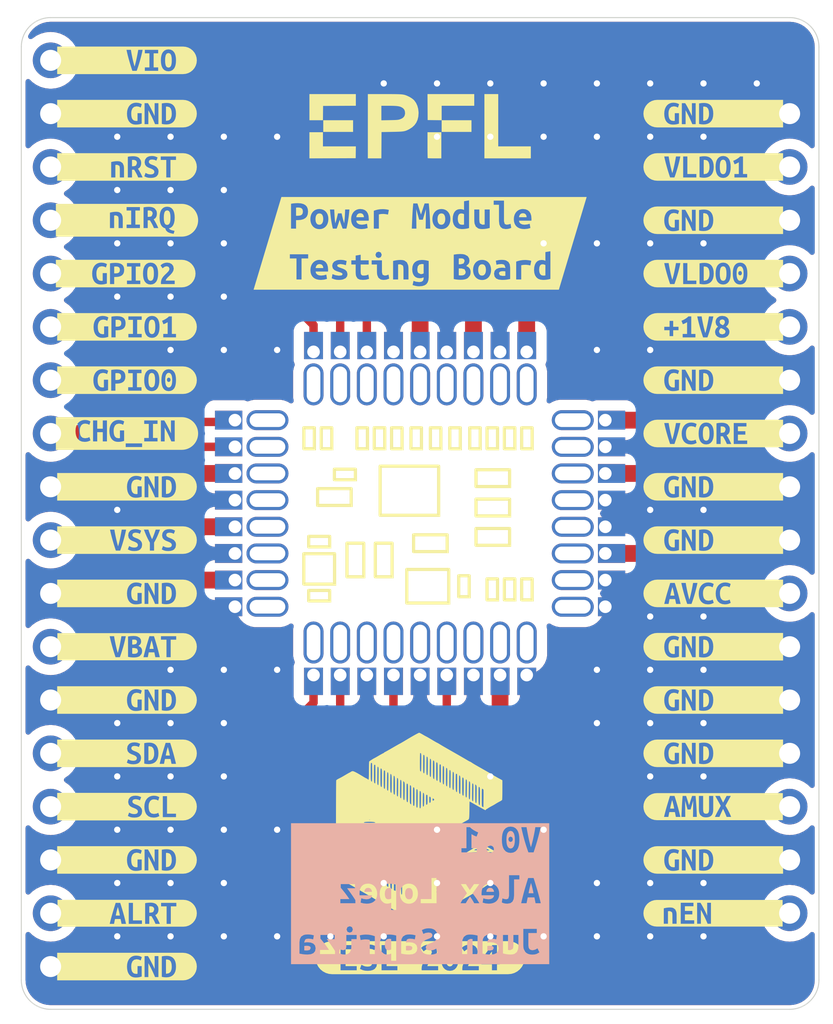
<source format=kicad_pcb>
(kicad_pcb (version 20240108) (generator "pcbnew") (generator_version "8.0")
  (layers (0 "F.Cu" signal) (31 "B.Cu" signal) (34 "B.Paste" user) (35 "F.Paste" user) (36 "B.SilkS" user "B.Silkscreen") (37 "F.SilkS" user "F.Silkscreen") (38 "B.Mask" user) (39 "F.Mask" user) (44 "Edge.Cuts" user))
  (net 0 "")
  (net 1 "/GPIO0")
  (net 2 "/nIRQ")
  (net 3 "/nRST")
  (net 4 "/VSYS")
  (net 5 "GND")
  (net 6 "/GPIO2")
  (net 7 "/SCL")
  (net 8 "/+1V8")
  (net 9 "/GPIO1")
  (net 10 "/VBAT")
  (net 11 "/CHG_IN")
  (net 12 "/ALRT")
  (net 13 "AMUX")
  (net 14 "/AVCC")
  (net 15 "/VIO")
  (net 16 "/SDA")
  (net 17 "/VCORE")
  (net 18 "VLDO0")
  (net 19 "nEN")
  (net 20 "VLDO1")
  (footprint "kibuzzard-66CF9D5F" (layer "F.Cu") (at 150.96 105.58)
    (property "Reference" "kibuzzard-66CF9D5F" (hide yes))
    (property "Value" "G***" (hide yes))
  )
  (footprint "kibuzzard-66CF9CF0" (layer "F.Cu") (at 123.02 115.74)
    (property "Reference" "kibuzzard-66CF9CF0" (hide yes))
    (property "Value" "G***" (hide yes))
  )
  (footprint "kibuzzard-66CF9D5F" (layer "F.Cu") (at 150.96 92.88)
    (property "Reference" "kibuzzard-66CF9D5F" (hide yes))
    (property "Value" "G***" (hide yes))
  )
  (footprint "kibuzzard-66CF9D5F" (layer "F.Cu") (at 150.96 110.66)
    (property "Reference" "kibuzzard-66CF9D5F" (hide yes))
    (property "Value" "G***" (hide yes))
  )
  (footprint "kibuzzard-66CF9CF8" (layer "F.Cu") (at 123.024847 118.28)
    (property "Reference" "kibuzzard-66CF9CF8" (hide yes))
    (property "Value" "G***" (hide yes))
  )
  (footprint "LOGO" (layer "F.Cu") (at 136.652 127)
    (property "Reference" "G***" (hide yes))
    (property "Value" "LOGO" (hide yes))
  )
  (footprint "kibuzzard-66CFC30E" (layer "F.Cu") (at 136.99 99.06)
    (property "Reference" "kibuzzard-66CFC30E" (hide yes))
    (property "Value" "G***" (hide yes))
  )
  (footprint "LOGO" (layer "F.Cu") (at 136.99 93.472)
    (property "Reference" "G***" (hide yes))
    (property "Value" "LOGO" (hide yes))
  )
  (footprint "kibuzzard-66CF9D9B" (layer "F.Cu") (at 150.96 108.12)
    (property "Reference" "kibuzzard-66CF9D9B" (hide yes))
    (property "Value" "G***" (hide yes))
  )
  (footprint "HeepoMind_PcbLib:Power_Board_Header_Conn_2.54mm" (layer "F.Cu") (at 136.99 111.93)
    (property "Reference" "J1" (hide yes))
    (property "Value" "~" (hide yes))
    (pad "1" thru_hole oval (at -17.61 -8.89) (size 1.7 1.7) (drill 1) (layers "*.Cu" "*.Mask") (net 9 "/GPIO1"))
    (pad "2" thru_hole oval (at -17.61 -6.35) (size 1.7 1.7) (drill 1) (layers "*.Cu" "*.Mask") (net 1 "/GPIO0"))
    (pad "3" thru_hole oval (at -17.61 -3.81) (size 1.7 1.7) (drill 1) (layers "*.Cu" "*.Mask") (net 11 "/CHG_IN"))
    (pad "4" thru_hole oval (at -17.61 -1.27) (size 1.7 1.7) (drill 1) (layers "*.Cu" "*.Mask") (net 5 "GND"))
    (pad "5" thru_hole oval (at -17.61 1.27) (size 1.7 1.7) (drill 1) (layers "*.Cu" "*.Mask") (net 4 "/VSYS"))
    (pad "6" thru_hole oval (at -17.61 3.81) (size 1.7 1.7) (drill 1) (layers "*.Cu" "*.Mask") (net 5 "GND"))
    (pad "7" thru_hole oval (at -17.61 6.35) (size 1.7 1.7) (drill 1) (layers "*.Cu" "*.Mask") (net 10 "/VBAT"))
    (pad "8" thru_hole oval (at -17.61 8.89) (size 1.7 1.7) (drill 1) (layers "*.Cu" "*.Mask") (net 5 "GND"))
    (pad "9" thru_hole oval (at -17.61 11.43) (size 1.7 1.7) (drill 1) (layers "*.Cu" "*.Mask") (net 16 "/SDA"))
    (pad "10" thru_hole oval (at -17.61 13.97) (size 1.7 1.7) (drill 1) (layers "*.Cu" "*.Mask") (net 7 "/SCL"))
    (pad "11" thru_hole oval (at -17.61 16.51) (size 1.7 1.7) (drill 1) (layers "*.Cu" "*.Mask") (net 5 "GND"))
    (pad "12" thru_hole oval (at -17.61 19.05) (size 1.7 1.7) (drill 1) (layers "*.Cu" "*.Mask") (net 12 "/ALRT"))
    (pad "13" thru_hole oval (at -17.61 21.59) (size 1.7 1.7) (drill 1) (layers "*.Cu" "*.Mask") (net 5 "GND"))
    (pad "14" thru_hole oval (at 17.61 19.05) (size 1.7 1.7) (drill 1) (layers "*.Cu" "*.Mask") (net 19 "nEN"))
    (pad "15" thru_hole oval (at 17.61 16.51) (size 1.7 1.7) (drill 1) (layers "*.Cu" "*.Mask") (net 5 "GND"))
    (pad "16" thru_hole oval (at 17.61 13.97) (size 1.7 1.7) (drill 1) (layers "*.Cu" "*.Mask") (net 13 "AMUX"))
    (pad "17" thru_hole oval (at 17.61 11.43) (size 1.7 1.7) (drill 1) (layers "*.Cu" "*.Mask") (net 5 "GND"))
    (pad "18" thru_hole oval (at 17.61 8.89) (size 1.7 1.7) (drill 1) (layers "*.Cu" "*.Mask") (net 5 "GND"))
    (pad "19" thru_hole oval (at 17.61 6.35) (size 1.7 1.7) (drill 1) (layers "*.Cu" "*.Mask") (net 5 "GND"))
    (pad "20" thru_hole oval (at 17.61 3.81) (size 1.7 1.7) (drill 1) (layers "*.Cu" "*.Mask") (net 14 "/AVCC"))
    (pad "21" thru_hole oval (at 17.61 1.27) (size 1.7 1.7) (drill 1) (layers "*.Cu" "*.Mask") (net 5 "GND"))
    (pad "22" thru_hole oval (at 17.61 -1.27) (size 1.7 1.7) (drill 1) (layers "*.Cu" "*.Mask") (net 5 "GND"))
    (pad "23" thru_hole oval (at 17.61 -3.81) (size 1.7 1.7) (drill 1) (layers "*.Cu" "*.Mask") (net 17 "/VCORE"))
    (pad "24" thru_hole oval (at 17.61 -6.35) (size 1.7 1.7) (drill 1) (layers "*.Cu" "*.Mask") (net 5 "GND"))
    (pad "25" thru_hole oval (at 17.61 -8.89) (size 1.7 1.7) (drill 1) (layers "*.Cu" "*.Mask") (net 8 "/+1V8"))
    (pad "26" thru_hole oval (at 17.61 -11.43) (size 1.7 1.7) (drill 1) (layers "*.Cu" "*.Mask") (net 18 "VLDO0"))
    (pad "27" thru_hole oval (at 17.61 -13.97) (size 1.7 1.7) (drill 1) (layers "*.Cu" "*.Mask") (net 5 "GND"))
    (pad "28" thru_hole oval (at 17.61 -16.51) (size 1.7 1.7) (drill 1) (layers "*.Cu" "*.Mask") (net 20 "VLDO1"))
    (pad "29" thru_hole oval (at 17.61 -19.05) (size 1.7 1.7) (drill 1) (layers "*.Cu" "*.Mask") (net 5 "GND"))
    (pad "30" thru_hole oval (at -17.61 -21.59) (size 1.7 1.7) (drill 1) (layers "*.Cu" "*.Mask") (net 15 "/VIO"))
    (pad "31" thru_hole oval (at -17.61 -19.05) (size 1.7 1.7) (drill 1) (layers "*.Cu" "*.Mask") (net 5 "GND"))
    (pad "32" thru_hole oval (at -17.61 -16.51) (size 1.7 1.7) (drill 1) (layers "*.Cu" "*.Mask") (net 3 "/nRST"))
    (pad "33" thru_hole oval (at -17.61 -13.97) (size 1.7 1.7) (drill 1) (layers "*.Cu" "*.Mask") (net 2 "/nIRQ"))
    (pad "34" thru_hole oval (at -17.61 -11.43) (size 1.7 1.7) (drill 1) (layers "*.Cu" "*.Mask") (net 6 "/GPIO2"))
  )
  (footprint "kibuzzard-66CF9CD9" (layer "F.Cu") (at 123.02 105.58)
    (property "Reference" "kibuzzard-66CF9CD9" (hide yes))
    (property "Value" "G***" (hide yes))
  )
  (footprint "kibuzzard-66CF9CE3" (layer "F.Cu") (at 123.02 110.66)
    (property "Reference" "kibuzzard-66CF9CE3" (hide yes))
    (property "Value" "G***" (hide yes))
  )
  (footprint "kibuzzard-66CF9D14" (layer "F.Cu") (at 123.02 128.44)
    (property "Reference" "kibuzzard-66CF9D14" (hide yes))
    (property "Value" "G***" (hide yes))
  )
  (footprint "kibuzzard-66CFC1A0" (layer "F.Cu") (at 123.02 108.12)
    (property "Reference" "kibuzzard-66CFC1A0" (hide yes))
    (property "Value" "G***" (hide yes))
  )
  (footprint "kibuzzard-66CF9DAF" (layer "F.Cu") (at 150.949095 130.98)
    (property "Reference" "kibuzzard-66CF9DAF" (hide yes))
    (property "Value" "G***" (hide yes))
  )
  (footprint "kibuzzard-66CFCF0D" (layer "F.Cu") (at 136.99 133.096)
    (property "Reference" "kibuzzard-66CFCF0D" (hide yes))
    (property "Value" "G***" (hide yes))
  )
  (footprint "kibuzzard-66CF9D04" (layer "F.Cu") (at 123.02 123.36)
    (property "Reference" "kibuzzard-66CF9D04" (hide yes))
    (property "Value" "G***" (hide yes))
  )
  (footprint "kibuzzard-66CF9D5F" (layer "F.Cu") (at 150.96 97.96)
    (property "Reference" "kibuzzard-66CF9D5F" (hide yes))
    (property "Value" "G***" (hide yes))
  )
  (footprint "kibuzzard-66CF9CAA" (layer "F.Cu") (at 123.02 92.88)
    (property "Reference" "kibuzzard-66CF9CAA" (hide yes))
    (property "Value" "G***" (hide yes))
  )
  (footprint "kibuzzard-66CF9CFE" (layer "F.Cu") (at 123.02 120.82)
    (property "Reference" "kibuzzard-66CF9CFE" (hide yes))
    (property "Value" "G***" (hide yes))
  )
  (footprint "kibuzzard-66CF9D0A" (layer "F.Cu") (at 123.02 125.9)
    (property "Reference" "kibuzzard-66CF9D0A" (hide yes))
    (property "Value" "G***" (hide yes))
  )
  (footprint "kibuzzard-66CF9DA2" (layer "F.Cu") (at 150.96 115.74)
    (property "Reference" "kibuzzard-66CF9DA2" (hide yes))
    (property "Value" "G***" (hide yes))
  )
  (footprint "kibuzzard-66CF9D8B" (layer "F.Cu") (at 150.96 100.5)
    (property "Reference" "kibuzzard-66CF9D8B" (hide yes))
    (property "Value" "G***" (hide yes))
  )
  (footprint "kibuzzard-66CF9CA5" (layer "F.Cu") (at 123.02 90.34)
    (property "Reference" "kibuzzard-66CF9CA5" (hide yes))
    (property "Value" "G***" (hide yes))
  )
  (footprint "kibuzzard-66CF9D5F" (layer "F.Cu") (at 150.96 120.82)
    (property "Reference" "kibuzzard-66CF9D5F" (hide yes))
    (property "Value" "G***" (hide yes))
  )
  (footprint "kibuzzard-66CF9D91" (layer "F.Cu") (at 150.960403 103.04)
    (property "Reference" "kibuzzard-66CF9D91" (hide yes))
    (property "Value" "G***" (hide yes))
  )
  (footprint "kibuzzard-66CF9D65" (layer "F.Cu") (at 150.96 95.42)
    (property "Reference" "kibuzzard-66CF9D65" (hide yes))
    (property "Value" "G***" (hide yes))
  )
  (footprint "kibuzzard-66CF9D5F" (layer "F.Cu") (at 150.96 128.44)
    (property "Reference" "kibuzzard-66CF9D5F" (hide yes))
    (property "Value" "G***" (hide yes))
  )
  (footprint "kibuzzard-66CF9CE9" (layer "F.Cu") (at 123.02 113.2)
    (property "Reference" "kibuzzard-66CF9CE9" (hide yes))
    (property "Value" "G***" (hide yes))
  )
  (footprint "kibuzzard-66CF9D5F" (layer "F.Cu") (at 150.96 118.28)
    (property "Reference" "kibuzzard-66CF9D5F" (hide yes))
    (property "Value" "G***" (hide yes))
  )
  (footprint "kibuzzard-66CFAA85" (layer "F.Cu") (at 123.02 97.96)
    (property "Reference" "kibuzzard-66CFAA85" (hide yes))
    (property "Value" "G***" (hide yes))
  )
  (footprint "kibuzzard-66CF9CC6" (layer "F.Cu") (at 123.02 103.04)
    (property "Reference" "kibuzzard-66CF9CC6" (hide yes))
    (property "Value" "G***" (hide yes))
  )
  (footprint "kibuzzard-66CF9D5F" (layer "F.Cu") (at 150.96 123.36)
    (property "Reference" "kibuzzard-66CF9D5F" (hide yes))
    (property "Value" "G***" (hide yes))
  )
  (footprint "HeepoMind_PcbLib:Power_Board_Socket_Conn_1.27mm" (layer "F.Cu") (at 136.99 111.93)
    (property "Reference" "J2" (hide yes))
    (property "Value" "~" (hide yes))
    (pad "" thru_hole oval (at -7.275 -4.445) (size 2 0.95) (drill oval 1.7 0.65) (layers "*.Cu" "*.Mask"))
    (pad "" thru_hole oval (at -7.275 -3.175) (size 2 0.95) (drill oval 1.7 0.65) (layers "*.Cu" "*.Mask"))
    (pad "" thru_hole oval (at -7.275 -1.905) (size 2 0.95) (drill oval 1.7 0.65) (layers "*.Cu" "*.Mask"))
    (pad "" thru_hole oval (at -7.275 -0.635) (size 2 0.95) (drill oval 1.7 0.65) (layers "*.Cu" "*.Mask"))
    (pad "" thru_hole oval (at -7.275 0.635) (size 2 0.95) (drill oval 1.7 0.65) (layers "*.Cu" "*.Mask"))
    (pad "" thru_hole oval (at -7.275 1.905) (size 2 0.95) (drill oval 1.7 0.65) (layers "*.Cu" "*.Mask"))
    (pad "" thru_hole oval (at -7.275 3.175) (size 2 0.95) (drill oval 1.7 0.65) (layers "*.Cu" "*.Mask"))
    (pad "" thru_hole oval (at -7.275 4.445) (size 2 0.95) (drill oval 1.7 0.65) (layers "*.Cu" "*.Mask"))
    (pad "" thru_hole oval (at -5.08 -6.15 270) (size 2 0.95) (drill oval 1.7 0.65) (layers "*.Cu" "*.Mask"))
    (pad "" thru_hole oval (at -5.08 6.15 90) (size 2 0.95) (drill oval 1.7 0.65) (layers "*.Cu" "*.Mask"))
    (pad "" thru_hole oval (at -3.81 -6.15 270) (size 2 0.95) (drill oval 1.7 0.65) (layers "*.Cu" "*.Mask"))
    (pad "" thru_hole oval (at -3.81 6.15 90) (size 2 0.95) (drill oval 1.7 0.65) (layers "*.Cu" "*.Mask"))
    (pad "" thru_hole oval (at -2.54 -6.15 270) (size 2 0.95) (drill oval 1.7 0.65) (layers "*.Cu" "*.Mask"))
    (pad "" thru_hole oval (at -2.54 6.15 90) (size 2 0.95) (drill oval 1.7 0.65) (layers "*.Cu" "*.Mask"))
    (pad "" thru_hole oval (at -1.27 -6.15 270) (size 2 0.95) (drill oval 1.7 0.65) (layers "*.Cu" "*.Mask"))
    (pad "" thru_hole oval (at -1.27 6.15 90) (size 2 0.95) (drill oval 1.7 0.65) (layers "*.Cu" "*.Mask"))
    (pad "" thru_hole oval (at 0 -6.15 270) (size 2 0.95) (drill oval 1.7 0.65) (layers "*.Cu" "*.Mask"))
    (pad "" thru_hole oval (at 0 6.15 90) (size 2 0.95) (drill oval 1.7 0.65) (layers "*.Cu" "*.Mask"))
    (pad "" thru_hole oval (at 1.27 -6.15 270) (size 2 0.95) (drill oval 1.7 0.65) (layers "*.Cu" "*.Mask"))
    (pad "" thru_hole oval (at 1.27 6.15 90) (size 2 0.95) (drill oval 1.7 0.65) (layers "*.Cu" "*.Mask"))
    (pad "" thru_hole oval (at 2.54 -6.15 270) (size 2 0.95) (drill oval 1.7 0.65) (layers "*.Cu" "*.Mask"))
    (pad "" thru_hole oval (at 2.54 6.15 90) (size 2 0.95) (drill oval 1.7 0.65) (layers "*.Cu" "*.Mask"))
    (pad "" thru_hole oval (at 3.81 -6.15 270) (size 2 0.95) (drill oval 1.7 0.65) (layers "*.Cu" "*.Mask"))
    (pad "" thru_hole oval (at 3.81 6.15 90) (size 2 0.95) (drill oval 1.7 0.65) (layers "*.Cu" "*.Mask"))
    (pad "" thru_hole oval (at 5.08 -6.15 270) (size 2 0.95) (drill oval 1.7 0.65) (layers "*.Cu" "*.Mask"))
    (pad "" thru_hole oval (at 5.08 6.15 90) (size 2 0.95) (drill oval 1.7 0.65) (layers "*.Cu" "*.Mask"))
    (pad "" thru_hole oval (at 7.275 -4.445 180) (size 2 0.95) (drill oval 1.7 0.65) (layers "*.Cu" "*.Mask"))
    (pad "" thru_hole oval (at 7.275 -3.175 180) (size 2 0.95) (drill oval 1.7 0.65) (layers "*.Cu" "*.Mask"))
    (pad "" thru_hole oval (at 7.275 -1.905 180) (size 2 0.95) (drill oval 1.7 0.65) (layers "*.Cu" "*.Mask"))
    (pad "" thru_hole oval (at 7.275 -0.635 180) (size 2 0.95) (drill oval 1.7 0.65) (layers "*.Cu" "*.Mask"))
    (pad "" thru_hole oval (at 7.275 0.635 180) (size 2 0.95) (drill oval 1.7 0.65) (layers "*.Cu" "*.Mask"))
    (pad "" thru_hole oval (at 7.275 1.905 180) (size 2 0.95) (drill oval 1.7 0.65) (layers "*.Cu" "*.Mask"))
    (pad "" thru_hole oval (at 7.275 3.175 180) (size 2 0.95) (drill oval 1.7 0.65) (layers "*.Cu" "*.Mask"))
    (pad "" thru_hole oval (at 7.275 4.445 180) (size 2 0.95) (drill oval 1.7 0.65) (layers "*.Cu" "*.Mask"))
    (pad "1" thru_hole rect (at -8.825 -4.445) (size 1.3 0.9) (drill 0.6 (offset -0.3 0)) (layers "*.Cu" "*.Mask") (net 9 "/GPIO1"))
    (pad "2" thru_hole rect (at -8.825 -3.175) (size 1.3 0.9) (drill 0.6 (offset -0.3 0)) (layers "*.Cu" "*.Mask") (net 1 "/GPIO0"))
    (pad "3" thru_hole rect (at -8.825 -1.905) (size 1.3 0.9) (drill 0.6 (offset -0.3 0)) (layers "*.Cu" "*.Mask") (net 11 "/CHG_IN"))
    (pad "4" thru_hole rect (at -8.825 -0.635) (size 1.3 0.9) (drill 0.6 (offset -0.3 0)) (layers "*.Cu" "*.Mask") (net 5 "GND"))
    (pad "5" thru_hole rect (at -8.825 0.635) (size 1.3 0.9) (drill 0.6 (offset -0.3 0)) (layers "*.Cu" "*.Mask") (net 4 "/VSYS"))
    (pad "6" thru_hole rect (at -8.825 1.905) (size 1.3 0.9) (drill 0.6 (offset -0.3 0)) (layers "*.Cu" "*.Mask") (net 5 "GND"))
    (pad "7" thru_hole rect (at -8.825 3.175) (size 1.3 0.9) (drill 0.6 (offset -0.3 0)) (layers "*.Cu" "*.Mask") (net 10 "/VBAT"))
    (pad "8" thru_hole rect (at -8.825 4.445) (size 1.3 0.9) (drill 0.6 (offset -0.3 0)) (layers "*.Cu" "*.Mask") (net 5 "GND"))
    (pad "9" thru_hole rect (at -5.08 7.7 90) (size 1.3 0.9) (drill 0.6 (offset -0.3 0)) (layers "*.Cu" "*.Mask") (net 16 "/SDA"))
    (pad "10" thru_hole rect (at -3.81 7.7 90) (size 1.3 0.9) (drill 0.6 (offset -0.3 0)) (layers "*.Cu" "*.Mask") (net 7 "/SCL"))
    (pad "11" thru_hole rect (at -2.54 7.7 90) (size 1.3 0.9) (drill 0.6 (offset -0.3 0)) (layers "*.Cu" "*.Mask") (net 5 "GND"))
    (pad "12" thru_hole rect (at -1.27 7.7 90) (size 1.3 0.9) (drill 0.6 (offset -0.3 0)) (layers "*.Cu" "*.Mask") (net 12 "/ALRT"))
    (pad "13" thru_hole rect (at 0 7.7 90) (size 1.3 0.9) (drill 0.6 (offset -0.3 0)) (layers "*.Cu" "*.Mask") (net 5 "GND"))
    (pad "14" thru_hole rect (at 1.27 7.7 90) (size 1.3 0.9) (drill 0.6 (offset -0.3 0)) (layers "*.Cu" "*.Mask") (net 19 "nEN"))
    (pad "15" thru_hole rect (at 2.54 7.7 90) (size 1.3 0.9) (drill 0.6 (offset -0.3 0)) (layers "*.Cu" "*.Mask") (net 5 "GND"))
    (pad "16" thru_hole rect (at 3.81 7.7 90) (size 1.3 0.9) (drill 0.6 (offset -0.3 0)) (layers "*.Cu" "*.Mask") (net 13 "AMUX"))
    (pad "17" thru_hole rect (at 5.08 7.7 90) (size 1.3 0.9) (drill 0.6 (offset -0.3 0)) (layers "*.Cu" "*.Mask") (net 5 "GND"))
    (pad "18" thru_hole rect (at 8.825 4.445 180) (size 1.3 0.9) (drill 0.6 (offset -0.3 0)) (layers "*.Cu" "*.Mask") (net 5 "GND"))
    (pad "19" thru_hole rect (at 8.825 3.175 180) (size 1.3 0.9) (drill 0.6 (offset -0.3 0)) (layers "*.Cu" "*.Mask") (net 5 "GND"))
    (pad "20" thru_hole rect (at 8.825 1.905 180) (size 1.3 0.9) (drill 0.6 (offset -0.3 0)) (layers "*.Cu" "*.Mask") (net 14 "/AVCC"))
    (pad "21" thru_hole rect (at 8.825 0.635 180) (size 1.3 0.9) (drill 0.6 (offset -0.3 0)) (layers "*.Cu" "*.Mask") (net 5 "GND"))
    (pad "22" thru_hole rect (at 8.825 -0.635 180) (size 1.3 0.9) (drill 0.6 (offset -0.3 0)) (layers "*.Cu" "*.Mask") (net 5 "GND"))
    (pad "23" thru_hole rect (at 8.825 -1.905 180) (size 1.3 0.9) (drill 0.6 (offset -0.3 0)) (layers "*.Cu" "*.Mask") (net 17 "/VCORE"))
    (pad "24" thru_hole rect (at 8.825 -3.175 180) (size 1.3 0.9) (drill 0.6 (offset -0.3 0)) (layers "*.Cu" "*.Mask") (net 5 "GND"))
    (pad "25" thru_hole rect (at 8.825 -4.445 180) (size 1.3 0.9) (drill 0.6 (offset -0.3 0)) (layers "*.Cu" "*.Mask") (net 8 "/+1V8"))
    (pad "26" thru_hole rect (at 5.08 -7.7 270) (size 1.3 0.9) (drill 0.6 (offset -0.3 0)) (layers "*.Cu" "*.Mask") (net 18 "VLDO0"))
    (pad "27" thru_hole rect (at 3.81 -7.7 270) (size 1.3 0.9) (drill 0.6 (offset -0.3 0)) (layers "*.Cu" "*.Mask") (net 5 "GND"))
    (pad "28" thru_hole rect (at 2.54 -7.7 270) (size 1.3 0.9) (drill 0.6 (offset -0.3 0)) (layers "*.Cu" "*.Mask") (net 20 "VLDO1"))
    (pad "29" thru_hole rect (at 1.27 -7.7 270) (size 1.3 0.9) (drill 0.6 (offset -0.3 0)) (layers "*.Cu" "*.Mask") (net 5 "GND"))
    (pad "30" thru_hole rect (at 0 -7.7 270) (size 1.3 0.9) (drill 0.6 (offset -0.3 0)) (layers "*.Cu" "*.Mask") (net 15 "/VIO"))
    (pad "31" thru_hole rect (at -1.27 -7.7 270) (size 1.3 0.9) (drill 0.6 (offset -0.3 0)) (layers "*.Cu" "*.Mask") (net 5 "GND"))
    (pad "32" thru_hole rect (at -2.54 -7.7 270) (size 1.3 0.9) (drill 0.6 (offset -0.3 0)) (layers "*.Cu" "*.Mask") (net 3 "/nRST"))
    (pad "33" thru_hole rect (at -3.81 -7.7 270) (size 1.3 0.9) (drill 0.6 (offset -0.3 0)) (layers "*.Cu" "*.Mask") (net 2 "/nIRQ"))
    (pad "34" thru_hole rect (at -5.08 -7.7 270) (size 1.3 0.9) (drill 0.6 (offset -0.3 0)) (layers "*.Cu" "*.Mask") (net 6 "/GPIO2"))
  )
  (footprint "kibuzzard-66CFAA7E" (layer "F.Cu") (at 123.02 95.42)
    (property "Reference" "kibuzzard-66CFAA7E" (hide yes))
    (property "Value" "G***" (hide yes))
  )
  (footprint "kibuzzard-66CF9DA9" (layer "F.Cu") (at 150.954345 125.9)
    (property "Reference" "kibuzzard-66CF9DA9" (hide yes))
    (property "Value" "G***" (hide yes))
  )
  (footprint "kibuzzard-66CF9D2A" (layer "F.Cu") (at 123.02 133.52)
    (property "Reference" "kibuzzard-66CF9D2A" (hide yes))
    (property "Value" "G***" (hide yes))
  )
  (footprint "kibuzzard-66CF9D5F" (layer "F.Cu") (at 150.96 113.2)
    (property "Reference" "kibuzzard-66CF9D5F" (hide yes))
    (property "Value" "G***" (hide yes))
  )
  (footprint "kibuzzard-66CFAA8B" (layer "F.Cu") (at 122.957803 100.5)
    (property "Reference" "kibuzzard-66CFAA8B" (hide yes))
    (property "Value" "G***" (hide yes))
  )
  (footprint "kibuzzard-66CF9D25" (layer "F.Cu") (at 123.028078 130.98)
    (property "Reference" "kibuzzard-66CF9D25" (hide yes))
    (property "Value" "G***" (hide yes))
  )
  (footprint "kibuzzard-66CFD049" (layer "B.Cu") (at 136.99 130.048 180)
    (property "Reference" "kibuzzard-66CFD049" (hide yes))
    (property "Value" "G***" (hide yes))
  )
  (gr_arc (start 154.6 88.303) (mid 155.587828 88.712172) (end 155.997 89.7) (stroke (width 0.05)) (layer "Edge.Cuts"))
  (gr_line (start 119.38 135.557) (end 154.6 135.557) (stroke (width 0.05)) (layer "Edge.Cuts"))
  (gr_line (start 154.6 88.303) (end 119.38 88.303) (stroke (width 0.05)) (layer "Edge.Cuts"))
  (gr_line (start 155.997 89.7) (end 155.997 134.16) (stroke (width 0.05)) (layer "Edge.Cuts"))
  (gr_arc (start 119.38 135.557) (mid 118.392172 135.147828) (end 117.983 134.16) (stroke (width 0.05)) (layer "Edge.Cuts"))
  (gr_arc (start 117.983 89.7) (mid 118.392172 88.712172) (end 119.38 88.303) (stroke (width 0.05)) (layer "Edge.Cuts"))
  (gr_arc (start 155.997 134.16) (mid 155.587828 135.147828) (end 154.6 135.557) (stroke (width 0.05)) (layer "Edge.Cuts"))
  (gr_line (start 117.983 134.16) (end 117.983 89.7) (stroke (width 0.05)) (layer "Edge.Cuts"))
  (segment (start 128.165 108.755) (end 125.138 108.755) (width 0.4) (layer "F.Cu") (net 1))
  (segment (start 121.963 105.58) (end 119.38 105.58) (width 0.4) (layer "F.Cu") (net 1))
  (segment (start 125.138 108.755) (end 121.963 105.58) (width 0.4) (layer "F.Cu") (net 1))
  (segment (start 133.18 104.23) (end 133.18 101.684) (width 0.4) (layer "F.Cu") (net 2))
  (segment (start 129.456 97.96) (end 119.38 97.96) (width 0.4) (layer "F.Cu") (net 2))
  (segment (start 133.18 101.684) (end 129.456 97.96) (width 0.4) (layer "F.Cu") (net 2))
  (segment (start 129.71 95.42) (end 119.38 95.42) (width 0.4) (layer "F.Cu") (net 3))
  (segment (start 134.45 100.16) (end 129.71 95.42) (width 0.4) (layer "F.Cu") (net 3))
  (segment (start 134.45 104.23) (end 134.45 100.16) (width 0.4) (layer "F.Cu") (net 3))
  (segment (start 119.38 113.2) (end 125.941 113.2) (width 0.8) (layer "F.Cu") (net 4))
  (segment (start 126.576 112.565) (end 128.115 112.565) (width 0.8) (layer "F.Cu") (net 4))
  (segment (start 125.941 113.2) (end 126.576 112.565) (width 0.8) (layer "F.Cu") (net 4))
  (via (at 140.335 129.54) (size 0.6) (drill 0.3) (layers "F.Cu" "B.Cu") (net 5))
  (via (at 127.635 132.08) (size 0.6) (drill 0.3) (layers "F.Cu" "B.Cu") (net 5))
  (via (at 150.495 116.84) (size 0.6) (drill 0.3) (layers "F.Cu" "B.Cu") (net 5))
  (via (at 145.415 129.54) (size 0.6) (drill 0.3) (layers "F.Cu" "B.Cu") (net 5))
  (via (at 150.495 121.92) (size 0.6) (drill 0.3) (layers "F.Cu" "B.Cu") (net 5))
  (via (at 125.095 129.54) (size 0.6) (drill 0.3) (layers "F.Cu" "B.Cu") (net 5))
  (via (at 127.635 96.52) (size 0.6) (drill 0.3) (layers "F.Cu" "B.Cu") (net 5))
  (via (at 137.795 91.44) (size 0.6) (drill 0.3) (layers "F.Cu" "B.Cu") (net 5))
  (via (at 127.635 101.6) (size 0.6) (drill 0.3) (layers "F.Cu" "B.Cu") (net 5))
  (via (at 145.415 93.98) (size 0.6) (drill 0.3) (layers "F.Cu" "B.Cu") (net 5))
  (via (at 140.335 124.46) (size 0.6) (drill 0.3) (layers "F.Cu" "B.Cu") (net 5))
  (via (at 140.335 93.98) (size 0.6) (drill 0.3) (layers "F.Cu" "B.Cu") (net 5))
  (via (at 150.495 93.98) (size 0.6) (drill 0.3) (layers "F.Cu" "B.Cu") (net 5))
  (via (at 140.335 132.08) (size 0.6) (drill 0.3) (layers "F.Cu" "B.Cu") (net 5))
  (via (at 150.495 111.76) (size 0.6) (drill 0.3) (layers "F.Cu" "B.Cu") (net 5))
  (via (at 127.635 119.38) (size 0.6) (drill 0.3) (layers "F.Cu" "B.Cu") (net 5))
  (via (at 137.795 132.08) (size 0.6) (drill 0.3) (layers "F.Cu" "B.Cu") (net 5))
  (via (at 150.495 119.38) (size 0.6) (drill 0.3) (layers "F.Cu" "B.Cu") (net 5))
  (via (at 145.415 104.14) (size 0.6) (drill 0.3) (layers "F.Cu" "B.Cu") (net 5))
  (via (at 147.955 111.76) (size 0.6) (drill 0.3) (layers "F.Cu" "B.Cu") (net 5))
  (via (at 137.795 129.54) (size 0.6) (drill 0.3) (layers "F.Cu" "B.Cu") (net 5))
  (via (at 145.415 91.44) (size 0.6) (drill 0.3) (layers "F.Cu" "B.Cu") (net 5))
  (via (at 122.555 127) (size 0.6) (drill 0.3) (layers "F.Cu" "B.Cu") (net 5))
  (via (at 125.095 96.52) (size 0.6) (drill 0.3) (layers "F.Cu" "B.Cu") (net 5))
  (via (at 122.555 93.98) (size 0.6) (drill 0.3) (layers "F.Cu" "B.Cu") (net 5))
  (via (at 140.335 91.44) (size 0.6) (drill 0.3) (layers "F.Cu" "B.Cu") (net 5))
  (via (at 142.875 91.44) (size 0.6) (drill 0.3) (layers "F.Cu" "B.Cu") (net 5))
  (via (at 130.175 119.38) (size 0.6) (drill 0.3) (layers "F.Cu" "B.Cu") (net 5))
  (via (at 127.635 104.14) (size 0.6) (drill 0.3) (layers "F.Cu" "B.Cu") (net 5))
  (via (at 125.095 99.06) (size 0.6) (drill 0.3) (layers "F.Cu" "B.Cu") (net 5))
  (via (at 147.955 132.08) (size 0.6) (drill 0.3) (layers "F.Cu" "B.Cu") (net 5))
  (via (at 147.955 121.92) (size 0.6) (drill 0.3) (layers "F.Cu" "B.Cu") (net 5))
  (via (at 122.555 124.46) (size 0.6) (drill 0.3) (layers "F.Cu" "B.Cu") (net 5))
  (via (at 147.955 116.84) (size 0.6) (drill 0.3) (layers "F.Cu" "B.Cu") (net 5))
  (via (at 127.635 93.98) (size 0.6) (drill 0.3) (layers "F.Cu" "B.Cu") (net 5))
  (via (at 142.875 93.98) (size 0.6) (drill 0.3) (layers "F.Cu" "B.Cu") (net 5))
  (via (at 147.955 124.46) (size 0.6) (drill 0.3) (layers "F.Cu" "B.Cu") (net 5))
  (via (at 130.175 93.98) (size 0.6) (drill 0.3) (layers "F.Cu" "B.Cu") (net 5))
  (via (at 150.495 132.08) (size 0.6) (drill 0.3) (layers "F.Cu" "B.Cu") (net 5))
  (via (at 122.555 96.52) (size 0.6) (drill 0.3) (layers "F.Cu" "B.Cu") (net 5))
  (via (at 147.955 104.14) (size 0.6) (drill 0.3) (layers "F.Cu" "B.Cu") (net 5))
  (via (at 145.415 121.92) (size 0.6) (drill 0.3) (layers "F.Cu" "B.Cu") (net 5))
  (via (at 147.955 91.44) (size 0.6) (drill 0.3) (layers "F.Cu" "B.Cu") (net 5))
  (via (at 125.095 104.14) (size 0.6) (drill 0.3) (layers "F.Cu" "B.Cu") (net 5))
  (via (at 122.555 99.06) (size 0.6) (drill 0.3) (layers "F.Cu" "B.Cu") (net 5))
  (via (at 125.095 101.6) (size 0.6) (drill 0.3) (layers "F.Cu" "B.Cu") (net 5))
  (via (at 147.955 99.06) (size 0.6) (drill 0.3) (layers "F.Cu" "B.Cu") (net 5))
  (via (at 122.555 111.76) (size 0.6) (drill 0.3) (layers "F.Cu" "B.Cu") (net 5))
  (via (at 145.415 132.08) (size 0.6) (drill 0.3) (layers "F.Cu" "B.Cu") (net 5))
  (via (at 142.875 99.06) (size 0.6) (drill 0.3) (layers "F.Cu" "B.Cu") (net 5))
  (via (at 122.555 129.54) (size 0.6) (drill 0.3) (layers "F.Cu" "B.Cu") (net 5))
  (via (at 127.635 124.46) (size 0.6) (drill 0.3) (layers "F.Cu" "B.Cu") (net 5))
  (via (at 142.875 132.08) (size 0.6) (drill 0.3) (layers "F.Cu" "B.Cu") (net 5))
  (via (at 147.955 93.98) (size 0.6) (drill 0.3) (layers "F.Cu" "B.Cu") (net 5))
  (via (at 125.095 124.46) (size 0.6) (drill 0.3) (layers "F.Cu" "B.Cu") (net 5))
  (via (at 135.255 132.08) (size 0.6) (drill 0.3) (layers "F.Cu" "B.Cu") (net 5))
  (via (at 145.415 119.38) (size 0.6) (drill 0.3) (layers "F.Cu" "B.Cu") (net 5))
  (via (at 122.555 101.6) (size 0.6) (drill 0.3) (layers "F.Cu" "B.Cu") (net 5))
  (via (at 150.495 124.46) (size 0.6) (drill 0.3) (layers "F.Cu" "B.Cu") (net 5))
  (via (at 130.175 104.14) (size 0.6) (drill 0.3) (layers "F.Cu" "B.Cu") (net 5))
  (via (at 147.955 129.54) (size 0.6) (drill 0.3) (layers "F.Cu" "B.Cu") (net 5))
  (via (at 137.795 93.98) (size 0.6) (drill 0.3) (layers "F.Cu" "B.Cu") (net 5))
  (via (at 137.795 127) (size 0.6) (drill 0.3) (layers "F.Cu" "B.Cu") (net 5))
  (via (at 150.495 129.54) (size 0.6) (drill 0.3) (layers "F.Cu" "B.Cu") (net 5))
  (via (at 150.495 91.44) (size 0.6) (drill 0.3) (layers "F.Cu" "B.Cu") (net 5))
  (via (at 127.635 129.54) (size 0.6) (drill 0.3) (layers "F.Cu" "B.Cu") (net 5))
  (via (at 142.875 127) (size 0.6) (drill 0.3) (layers "F.Cu" "B.Cu") (net 5))
  (via (at 130.175 127) (size 0.6) (drill 0.3) (layers "F.Cu" "B.Cu") (net 5))
  (via (at 125.095 93.98) (size 0.6) (drill 0.3) (layers "F.Cu" "B.Cu") (net 5))
  (via (at 122.555 132.08) (size 0.6) (drill 0.3) (layers "F.Cu" "B.Cu") (net 5))
  (via (at 125.095 127) (size 0.6) (drill 0.3) (layers "F.Cu" "B.Cu") (net 5))
  (via (at 147.955 119.38) (size 0.6) (drill 0.3) (layers "F.Cu" "B.Cu") (net 5))
  (via (at 145.415 99.06) (size 0.6) (drill 0.3) (layers "F.Cu" "B.Cu") (net 5))
  (via (at 135.255 91.44) (size 0.6) (drill 0.3) (layers "F.Cu" "B.Cu") (net 5))
  (via (at 130.175 132.08) (size 0.6) (drill 0.3) (layers "F.Cu" "B.Cu") (net 5))
  (via (at 127.635 127) (size 0.6) (drill 0.3) (layers "F.Cu" "B.Cu") (net 5))
  (via (at 132.715 132.08) (size 0.6) (drill 0.3) (layers "F.Cu" "B.Cu") (net 5))
  (via (at 153.035 91.44) (size 0.6) (drill 0.3) (layers "F.Cu" "B.Cu") (net 5))
  (via (at 127.635 121.92) (size 0.6) (drill 0.3) (layers "F.Cu" "B.Cu") (net 5))
  (via (at 125.095 121.92) (size 0.6) (drill 0.3) (layers "F.Cu" "B.Cu") (net 5))
  (via (at 122.555 121.92) (size 0.6) (drill 0.3) (layers "F.Cu" "B.Cu") (net 5))
  (via (at 125.095 119.38) (size 0.6) (drill 0.3) (layers "F.Cu" "B.Cu") (net 5))
  (via (at 125.095 132.08) (size 0.6) (drill 0.3) (layers "F.Cu" "B.Cu") (net 5))
  (via (at 135.255 129.54) (size 0.6) (drill 0.3) (layers "F.Cu" "B.Cu") (net 5))
  (via (at 150.495 99.06) (size 0.6) (drill 0.3) (layers "F.Cu" "B.Cu") (net 5))
  (via (at 127.635 99.06) (size 0.6) (drill 0.3) (layers "F.Cu" "B.Cu") (net 5))
  (segment (start 131.91 102.954) (end 129.456 100.5) (width 0.4) (layer "F.Cu") (net 6))
  (segment (start 131.91 104.23) (end 131.91 102.954) (width 0.4) (layer "F.Cu") (net 6))
  (segment (start 129.456 100.5) (end 119.38 100.5) (width 0.4) (layer "F.Cu") (net 6))
  (segment (start 133.18 122.217) (end 129.497 125.9) (width 0.4) (layer "F.Cu") (net 7))
  (segment (start 133.18 119.63) (end 133.18 122.217) (width 0.4) (layer "F.Cu") (net 7))
  (segment (start 129.497 125.9) (end 119.38 125.9) (width 0.4) (layer "F.Cu") (net 7))
  (segment (start 152.484 103.04) (end 148.039 107.485) (width 0.8) (layer "F.Cu") (net 8))
  (segment (start 148.039 107.485) (end 145.865 107.485) (width 0.8) (layer "F.Cu") (net 8))
  (segment (start 154.6 103.04) (end 152.484 103.04) (width 0.8) (layer "F.Cu") (net 8))
  (segment (start 128.081 107.569) (end 128.165 107.485) (width 0.4) (layer "F.Cu") (net 9))
  (segment (start 121.963 103.04) (end 126.492 107.569) (width 0.4) (layer "F.Cu") (net 9))
  (segment (start 119.38 103.04) (end 121.963 103.04) (width 0.4) (layer "F.Cu") (net 9))
  (segment (start 126.492 107.569) (end 128.081 107.569) (width 0.4) (layer "F.Cu") (net 9))
  (segment (start 125.052 115.105) (end 128.115 115.105) (width 0.8) (layer "F.Cu") (net 10))
  (segment (start 121.877 118.28) (end 125.052 115.105) (width 0.8) (layer "F.Cu") (net 10))
  (segment (start 119.38 118.28) (end 121.877 118.28) (width 0.8) (layer "F.Cu") (net 10))
  (segment (start 119.38 108.12) (end 121.963 108.12) (width 0.8) (layer "F.Cu") (net 11))
  (segment (start 123.868 110.025) (end 128.115 110.025) (width 0.8) (layer "F.Cu") (net 11))
  (segment (start 121.963 108.12) (end 123.868 110.025) (width 0.8) (layer "F.Cu") (net 11))
  (segment (start 135.72 119.63) (end 135.72 124.757) (width 0.4) (layer "F.Cu") (net 12))
  (segment (start 129.497 130.98) (end 119.38 130.98) (width 0.4) (layer "F.Cu") (net 12))
  (segment (start 135.72 124.757) (end 129.497 130.98) (width 0.4) (layer "F.Cu") (net 12))
  (segment (start 144.823 125.9) (end 140.8 121.877) (width 0.8) (layer "F.Cu") (net 13))
  (segment (start 154.6 125.9) (end 144.823 125.9) (width 0.8) (layer "F.Cu") (net 13))
  (segment (start 140.8 121.877) (end 140.8 119.68) (width 0.8) (layer "F.Cu") (net 13))
  (segment (start 154.6 115.74) (end 152.316 115.74) (width 0.8) (layer "F.Cu") (net 14))
  (segment (start 150.411 113.835) (end 145.865 113.835) (width 0.8) (layer "F.Cu") (net 14))
  (segment (start 152.316 115.74) (end 150.411 113.835) (width 0.8) (layer "F.Cu") (net 14))
  (segment (start 136.99 97.747) (end 136.99 104.18) (width 0.8) (layer "F.Cu") (net 15))
  (segment (start 129.583 90.34) (end 136.99 97.747) (width 0.8) (layer "F.Cu") (net 15))
  (segment (start 119.38 90.34) (end 129.583 90.34) (width 0.8) (layer "F.Cu") (net 15))
  (segment (start 131.91 119.63) (end 131.91 120.947) (width 0.4) (layer "F.Cu") (net 16))
  (segment (start 129.497 123.36) (end 119.38 123.36) (width 0.4) (layer "F.Cu") (net 16))
  (segment (start 131.91 120.947) (end 129.497 123.36) (width 0.4) (layer "F.Cu") (net 16))
  (segment (start 152.273 108.077) (end 150.325 110.025) (width 0.8) (layer "F.Cu") (net 17))
  (segment (start 150.325 110.025) (end 145.865 110.025) (width 0.8) (layer "F.Cu") (net 17))
  (segment (start 154.6 108.12) (end 154.557 108.077) (width 0.8) (layer "F.Cu") (net 17))
  (segment (start 154.557 108.077) (end 152.273 108.077) (width 0.8) (layer "F.Cu") (net 17))
  (segment (start 143.975 100.5) (end 142.07 102.405) (width 0.8) (layer "F.Cu") (net 18))
  (segment (start 154.6 100.5) (end 143.975 100.5) (width 0.8) (layer "F.Cu") (net 18))
  (segment (start 142.07 102.405) (end 142.07 104.18) (width 0.8) (layer "F.Cu") (net 18))
  (segment (start 144.569 130.98) (end 154.6 130.98) (width 0.4) (layer "F.Cu") (net 19))
  (segment (start 138.26 119.63) (end 138.26 124.671) (width 0.4) (layer "F.Cu") (net 19))
  (segment (start 138.26 124.671) (end 144.569 130.98) (width 0.4) (layer "F.Cu") (net 19))
  (segment (start 154.6 95.42) (end 143.594 95.42) (width 0.8) (layer "F.Cu") (net 20))
  (segment (start 143.594 95.42) (end 139.53 99.484) (width 0.8) (layer "F.Cu") (net 20))
  (segment (start 139.53 99.484) (end 139.53 104.18) (width 0.8) (layer "F.Cu") (net 20))
  (zone (net 5) (net_name "GND") (layer "F.Cu") (priority 1) (connect_pads yes (clearance 0.5)) (min_thickness 0.25) (fill yes (thermal_gap 0.5) (thermal_bridge_width 0.5))
    (polygon (pts (xy 116.967 87.465) (xy 156.677 87.465) (xy 156.677 136.271) (xy 116.967 136.271)))
  )
  (zone (net 5) (net_name "GND") (layer "B.Cu") (connect_pads yes (clearance 0.5)) (min_thickness 0.25) (fill yes (thermal_gap 0.5) (thermal_bridge_width 0.5))
    (polygon (pts (xy 156.677 136.271) (xy 156.677 87.465) (xy 116.967 87.465) (xy 116.967 136.271)))
  )
)
</source>
